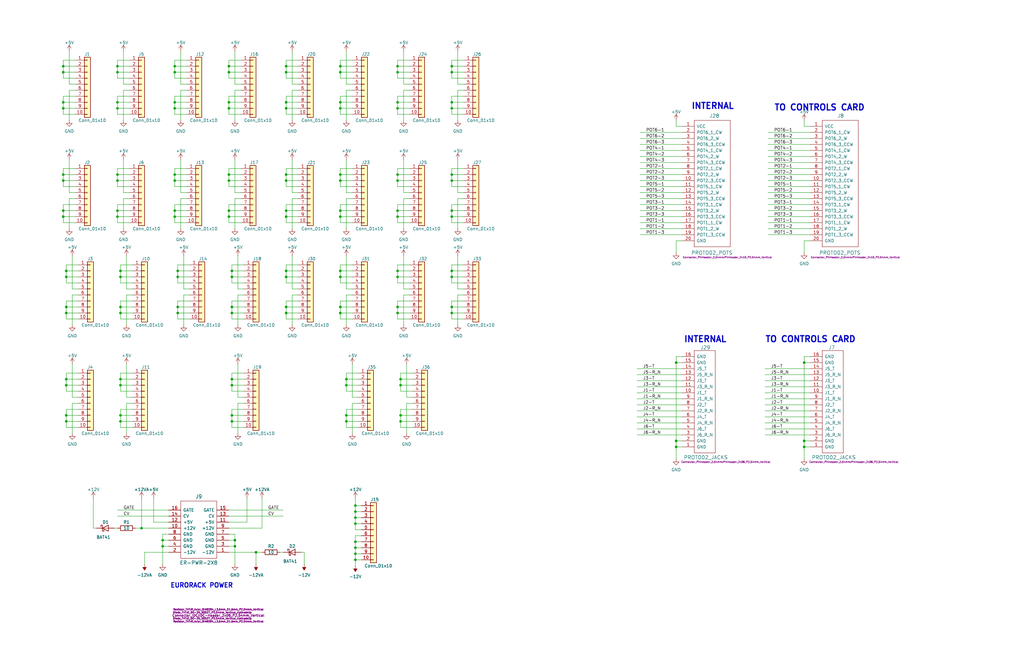
<source format=kicad_sch>
(kicad_sch (version 20211123) (generator eeschema)
  (paper "B")
  (title_block (title "6 POTS, 6 JACKS") (date "2022-10-28") (rev "1") (comment 1 "GENERIC EURORACK PANEL") (comment 2 "https://note.com/solder_state/n/nffc1a33053be"))
  (junction (at 26.67 30.48))
  (junction (at 97.79 114.3))
  (junction (at 149.86 213.36))
  (junction (at 120.65 45.72))
  (junction (at 49.53 30.48))
  (junction (at 143.51 91.44))
  (junction (at 73.66 91.44))
  (junction (at 73.66 73.66))
  (junction (at 73.66 43.18))
  (junction (at 190.5 129.54))
  (junction (at 120.65 88.9))
  (junction (at 143.51 76.2))
  (junction (at 120.65 116.84))
  (junction (at 96.52 76.2))
  (junction (at 26.67 27.94))
  (junction (at 49.53 91.44))
  (junction (at 167.64 73.66))
  (junction (at 339.09 153.035))
  (junction (at 190.5 88.9))
  (junction (at 50.8 160.02))
  (junction (at 27.94 114.3))
  (junction (at 96.52 73.66))
  (junction (at 339.09 186.055))
  (junction (at 27.94 175.26))
  (junction (at 167.64 30.48))
  (junction (at 168.91 160.02))
  (junction (at 59.69 222.885))
  (junction (at 96.52 27.94))
  (junction (at 120.65 30.48))
  (junction (at 120.65 129.54))
  (junction (at 149.86 233.68))
  (junction (at 190.5 116.84))
  (junction (at 168.91 175.26))
  (junction (at 190.5 91.44))
  (junction (at 96.52 30.48))
  (junction (at 168.91 177.8))
  (junction (at 149.86 228.6))
  (junction (at 149.86 231.14))
  (junction (at 168.91 162.56))
  (junction (at 285.115 188.595))
  (junction (at 26.67 73.66))
  (junction (at 49.53 43.18))
  (junction (at 146.05 162.56))
  (junction (at 96.52 45.72))
  (junction (at 285.115 153.035))
  (junction (at 120.65 114.3))
  (junction (at 27.94 129.54))
  (junction (at 50.8 162.56))
  (junction (at 120.65 27.94))
  (junction (at 74.93 129.54))
  (junction (at 167.64 88.9))
  (junction (at 97.79 132.08))
  (junction (at 50.8 116.84))
  (junction (at 26.67 91.44))
  (junction (at 143.51 43.18))
  (junction (at 99.06 230.505))
  (junction (at 143.51 73.66))
  (junction (at 190.5 30.48))
  (junction (at 96.52 43.18))
  (junction (at 190.5 76.2))
  (junction (at 120.65 43.18))
  (junction (at 73.66 88.9))
  (junction (at 146.05 175.26))
  (junction (at 73.66 45.72))
  (junction (at 26.67 45.72))
  (junction (at 27.94 116.84))
  (junction (at 49.53 73.66))
  (junction (at 50.8 114.3))
  (junction (at 146.05 177.8))
  (junction (at 68.58 230.505))
  (junction (at 74.93 132.08))
  (junction (at 96.52 91.44))
  (junction (at 120.65 73.66))
  (junction (at 68.58 227.965))
  (junction (at 146.05 160.02))
  (junction (at 50.8 177.8))
  (junction (at 50.8 175.26))
  (junction (at 50.8 129.54))
  (junction (at 167.64 114.3))
  (junction (at 97.79 116.84))
  (junction (at 73.66 27.94))
  (junction (at 167.64 132.08))
  (junction (at 143.51 45.72))
  (junction (at 339.09 188.595))
  (junction (at 74.93 116.84))
  (junction (at 26.67 43.18))
  (junction (at 143.51 30.48))
  (junction (at 143.51 27.94))
  (junction (at 167.64 116.84))
  (junction (at 49.53 76.2))
  (junction (at 143.51 88.9))
  (junction (at 73.66 30.48))
  (junction (at 26.67 76.2))
  (junction (at 167.64 43.18))
  (junction (at 143.51 116.84))
  (junction (at 285.115 186.055))
  (junction (at 99.06 227.965))
  (junction (at 149.86 218.44))
  (junction (at 50.8 132.08))
  (junction (at 97.79 177.8))
  (junction (at 190.5 73.66))
  (junction (at 97.79 162.56))
  (junction (at 27.94 132.08))
  (junction (at 167.64 129.54))
  (junction (at 49.53 27.94))
  (junction (at 74.93 114.3))
  (junction (at 49.53 45.72))
  (junction (at 97.79 175.26))
  (junction (at 27.94 177.8))
  (junction (at 143.51 129.54))
  (junction (at 97.79 129.54))
  (junction (at 97.79 160.02))
  (junction (at 27.94 162.56))
  (junction (at 73.66 76.2))
  (junction (at 49.53 88.9))
  (junction (at 190.5 27.94))
  (junction (at 190.5 132.08))
  (junction (at 120.65 91.44))
  (junction (at 143.51 114.3))
  (junction (at 167.64 91.44))
  (junction (at 27.94 160.02))
  (junction (at 167.64 27.94))
  (junction (at 143.51 132.08))
  (junction (at 190.5 45.72))
  (junction (at 149.86 215.9))
  (junction (at 96.52 88.9))
  (junction (at 167.64 76.2))
  (junction (at 107.95 233.045))
  (junction (at 26.67 88.9))
  (junction (at 120.65 76.2))
  (junction (at 167.64 45.72))
  (junction (at 149.86 220.98))
  (junction (at 120.65 132.08))
  (junction (at 190.5 43.18))
  (junction (at 149.86 236.22))
  (junction (at 190.5 114.3))
  (wire (pts (xy 54.61 93.98) (xy 49.53 93.98)))
  (wire (pts (xy 322.58 180.975) (xy 341.63 180.975)))
  (wire (pts (xy 323.85 76.2) (xy 341.63 76.2)))
  (wire (pts (xy 268.605 175.895) (xy 287.655 175.895)))
  (wire (pts (xy 120.65 129.54) (xy 120.65 132.08)))
  (wire (pts (xy 71.12 220.345) (xy 64.77 220.345)))
  (wire (pts (xy 33.02 167.64) (xy 30.48 167.64)))
  (wire (pts (xy 96.52 27.94) (xy 96.52 30.48)))
  (wire (pts (xy 322.58 168.275) (xy 341.63 168.275)))
  (wire (pts (xy 269.875 99.06) (xy 287.655 99.06)))
  (wire (pts (xy 96.52 76.2) (xy 96.52 78.74)))
  (wire (pts (xy 322.58 163.195) (xy 341.63 163.195)))
  (wire (pts (xy 49.53 45.72) (xy 54.61 45.72)))
  (wire (pts (xy 167.64 30.48) (xy 172.72 30.48)))
  (wire (pts (xy 96.52 73.66) (xy 96.52 76.2)))
  (wire (pts (xy 268.605 158.115) (xy 287.655 158.115)))
  (wire (pts (xy 167.64 30.48) (xy 167.64 33.02)))
  (wire (pts (xy 143.51 40.64) (xy 143.51 43.18)))
  (wire (pts (xy 101.6 86.36) (xy 96.52 86.36)))
  (wire (pts (xy 50.8 162.56) (xy 50.8 165.1)))
  (wire (pts (xy 143.51 91.44) (xy 148.59 91.44)))
  (wire (pts (xy 102.87 134.62) (xy 97.79 134.62)))
  (wire (pts (xy 54.61 27.94) (xy 49.53 27.94)))
  (wire (pts (xy 29.21 38.1) (xy 29.21 50.8)))
  (wire (pts (xy 50.8 162.56) (xy 55.88 162.56)))
  (wire (pts (xy 96.52 48.26) (xy 96.52 45.72)))
  (wire (pts (xy 143.51 76.2) (xy 143.51 78.74)))
  (wire (pts (xy 50.8 180.34) (xy 50.8 177.8)))
  (wire (pts (xy 190.5 76.2) (xy 195.58 76.2)))
  (wire (pts (xy 125.73 27.94) (xy 120.65 27.94)))
  (wire (pts (xy 148.59 86.36) (xy 143.51 86.36)))
  (wire (pts (xy 120.65 116.84) (xy 120.65 119.38)))
  (wire (pts (xy 195.58 124.46) (xy 193.04 124.46)))
  (wire (pts (xy 268.605 180.975) (xy 287.655 180.975)))
  (wire (pts (xy 172.72 71.12) (xy 167.64 71.12)))
  (wire (pts (xy 125.73 93.98) (xy 120.65 93.98)))
  (wire (pts (xy 190.5 129.54) (xy 195.58 129.54)))
  (wire (pts (xy 33.02 114.3) (xy 27.94 114.3)))
  (wire (pts (xy 100.33 124.46) (xy 100.33 137.16)))
  (wire (pts (xy 151.13 172.72) (xy 146.05 172.72)))
  (wire (pts (xy 287.655 53.34) (xy 285.115 53.34)))
  (wire (pts (xy 143.51 71.12) (xy 143.51 73.66)))
  (wire (pts (xy 97.79 162.56) (xy 97.79 165.1)))
  (wire (pts (xy 78.74 86.36) (xy 73.66 86.36)))
  (wire (pts (xy 49.53 217.805) (xy 71.12 217.805)))
  (wire (pts (xy 73.66 73.66) (xy 73.66 76.2)))
  (wire (pts (xy 190.5 45.72) (xy 195.58 45.72)))
  (wire (pts (xy 195.58 83.82) (xy 193.04 83.82)))
  (wire (pts (xy 190.5 129.54) (xy 190.5 132.08)))
  (wire (pts (xy 151.13 157.48) (xy 146.05 157.48)))
  (wire (pts (xy 97.79 116.84) (xy 102.87 116.84)))
  (wire (pts (xy 167.64 33.02) (xy 172.72 33.02)))
  (wire (pts (xy 97.79 132.08) (xy 102.87 132.08)))
  (wire (pts (xy 97.79 111.76) (xy 97.79 114.3)))
  (wire (pts (xy 52.07 38.1) (xy 52.07 50.8)))
  (wire (pts (xy 26.67 30.48) (xy 26.67 33.02)))
  (wire (pts (xy 110.49 210.185) (xy 110.49 222.885)))
  (wire (pts (xy 55.88 160.02) (xy 50.8 160.02)))
  (wire (pts (xy 33.02 160.02) (xy 27.94 160.02)))
  (wire (pts (xy 100.33 153.67) (xy 100.33 167.64)))
  (wire (pts (xy 168.91 162.56) (xy 173.99 162.56)))
  (wire (pts (xy 27.94 175.26) (xy 33.02 175.26)))
  (wire (pts (xy 26.67 78.74) (xy 31.75 78.74)))
  (wire (pts (xy 167.64 129.54) (xy 172.72 129.54)))
  (wire (pts (xy 27.94 134.62) (xy 27.94 132.08)))
  (wire (pts (xy 120.65 73.66) (xy 120.65 76.2)))
  (wire (pts (xy 96.52 227.965) (xy 99.06 227.965)))
  (wire (pts (xy 77.47 124.46) (xy 77.47 137.16)))
  (wire (pts (xy 27.94 157.48) (xy 27.94 160.02)))
  (wire (pts (xy 148.59 71.12) (xy 143.51 71.12)))
  (wire (pts (xy 54.61 38.1) (xy 52.07 38.1)))
  (wire (pts (xy 30.48 107.95) (xy 30.48 121.92)))
  (wire (pts (xy 190.5 73.66) (xy 190.5 76.2)))
  (wire (pts (xy 172.72 134.62) (xy 167.64 134.62)))
  (wire (pts (xy 146.05 67.31) (xy 146.05 81.28)))
  (wire (pts (xy 195.58 40.64) (xy 190.5 40.64)))
  (wire (pts (xy 120.65 27.94) (xy 120.65 30.48)))
  (wire (pts (xy 101.6 25.4) (xy 96.52 25.4)))
  (wire (pts (xy 146.05 160.02) (xy 146.05 162.56)))
  (wire (pts (xy 50.8 132.08) (xy 55.88 132.08)))
  (wire (pts (xy 143.51 134.62) (xy 143.51 132.08)))
  (wire (pts (xy 27.94 162.56) (xy 27.94 165.1)))
  (wire (pts (xy 80.01 111.76) (xy 74.93 111.76)))
  (wire (pts (xy 341.63 150.495) (xy 339.09 150.495)))
  (wire (pts (xy 167.64 71.12) (xy 167.64 73.66)))
  (wire (pts (xy 97.79 116.84) (xy 97.79 119.38)))
  (wire (pts (xy 172.72 38.1) (xy 170.18 38.1)))
  (wire (pts (xy 269.875 68.58) (xy 287.655 68.58)))
  (wire (pts (xy 190.5 78.74) (xy 195.58 78.74)))
  (wire (pts (xy 172.72 121.92) (xy 170.18 121.92)))
  (wire (pts (xy 27.94 132.08) (xy 33.02 132.08)))
  (wire (pts (xy 120.65 43.18) (xy 120.65 40.64)))
  (wire (pts (xy 143.51 111.76) (xy 143.51 114.3)))
  (wire (pts (xy 49.53 86.36) (xy 49.53 88.9)))
  (wire (pts (xy 143.51 45.72) (xy 143.51 48.26)))
  (wire (pts (xy 73.66 43.18) (xy 73.66 45.72)))
  (wire (pts (xy 190.5 30.48) (xy 190.5 33.02)))
  (wire (pts (xy 120.65 76.2) (xy 120.65 78.74)))
  (wire (pts (xy 96.52 43.18) (xy 96.52 40.64)))
  (wire (pts (xy 68.58 225.425) (xy 68.58 227.965)))
  (wire (pts (xy 170.18 67.31) (xy 170.18 81.28)))
  (wire (pts (xy 97.79 157.48) (xy 97.79 160.02)))
  (wire (pts (xy 26.67 93.98) (xy 26.67 91.44)))
  (wire (pts (xy 323.85 66.04) (xy 341.63 66.04)))
  (wire (pts (xy 50.8 175.26) (xy 55.88 175.26)))
  (wire (pts (xy 96.52 86.36) (xy 96.52 88.9)))
  (wire (pts (xy 102.87 170.18) (xy 100.33 170.18)))
  (wire (pts (xy 96.52 222.885) (xy 110.49 222.885)))
  (wire (pts (xy 287.655 150.495) (xy 285.115 150.495)))
  (wire (pts (xy 26.67 48.26) (xy 26.67 45.72)))
  (wire (pts (xy 54.61 81.28) (xy 52.07 81.28)))
  (wire (pts (xy 123.19 107.95) (xy 123.19 121.92)))
  (wire (pts (xy 27.94 160.02) (xy 27.94 162.56)))
  (wire (pts (xy 50.8 129.54) (xy 50.8 132.08)))
  (wire (pts (xy 146.05 165.1) (xy 151.13 165.1)))
  (wire (pts (xy 96.52 217.805) (xy 119.38 217.805)))
  (wire (pts (xy 27.94 172.72) (xy 27.94 175.26)))
  (wire (pts (xy 97.79 162.56) (xy 102.87 162.56)))
  (wire (pts (xy 71.12 233.045) (xy 60.96 233.045)))
  (wire (pts (xy 102.87 172.72) (xy 97.79 172.72)))
  (wire (pts (xy 39.37 210.185) (xy 39.37 222.885)))
  (wire (pts (xy 167.64 86.36) (xy 167.64 88.9)))
  (wire (pts (xy 50.8 119.38) (xy 55.88 119.38)))
  (wire (pts (xy 31.75 25.4) (xy 26.67 25.4)))
  (wire (pts (xy 168.91 180.34) (xy 168.91 177.8)))
  (wire (pts (xy 118.11 233.045) (xy 119.38 233.045)))
  (wire (pts (xy 73.66 86.36) (xy 73.66 88.9)))
  (wire (pts (xy 151.13 167.64) (xy 148.59 167.64)))
  (wire (pts (xy 268.605 183.515) (xy 287.655 183.515)))
  (wire (pts (xy 33.02 111.76) (xy 27.94 111.76)))
  (wire (pts (xy 55.88 134.62) (xy 50.8 134.62)))
  (wire (pts (xy 170.18 83.82) (xy 170.18 96.52)))
  (wire (pts (xy 120.65 91.44) (xy 125.73 91.44)))
  (wire (pts (xy 50.8 127) (xy 50.8 129.54)))
  (wire (pts (xy 120.65 30.48) (xy 120.65 33.02)))
  (wire (pts (xy 146.05 175.26) (xy 151.13 175.26)))
  (wire (pts (xy 152.4 226.06) (xy 149.86 226.06)))
  (wire (pts (xy 48.26 222.885) (xy 49.53 222.885)))
  (wire (pts (xy 73.66 30.48) (xy 78.74 30.48)))
  (wire (pts (xy 54.61 86.36) (xy 49.53 86.36)))
  (wire (pts (xy 59.69 222.885) (xy 71.12 222.885)))
  (wire (pts (xy 190.5 25.4) (xy 190.5 27.94)))
  (wire (pts (xy 74.93 129.54) (xy 80.01 129.54)))
  (wire (pts (xy 55.88 157.48) (xy 50.8 157.48)))
  (wire (pts (xy 339.09 186.055) (xy 341.63 186.055)))
  (wire (pts (xy 143.51 129.54) (xy 148.59 129.54)))
  (wire (pts (xy 120.65 78.74) (xy 125.73 78.74)))
  (wire (pts (xy 143.51 45.72) (xy 148.59 45.72)))
  (wire (pts (xy 172.72 48.26) (xy 167.64 48.26)))
  (wire (pts (xy 123.19 124.46) (xy 123.19 137.16)))
  (wire (pts (xy 101.6 73.66) (xy 96.52 73.66)))
  (wire (pts (xy 49.53 91.44) (xy 54.61 91.44)))
  (wire (pts (xy 322.58 183.515) (xy 341.63 183.515)))
  (wire (pts (xy 125.73 25.4) (xy 120.65 25.4)))
  (wire (pts (xy 120.65 88.9) (xy 125.73 88.9)))
  (wire (pts (xy 195.58 27.94) (xy 190.5 27.94)))
  (wire (pts (xy 102.87 160.02) (xy 97.79 160.02)))
  (wire (pts (xy 96.52 25.4) (xy 96.52 27.94)))
  (wire (pts (xy 26.67 33.02) (xy 31.75 33.02)))
  (wire (pts (xy 195.58 81.28) (xy 193.04 81.28)))
  (wire (pts (xy 125.73 48.26) (xy 120.65 48.26)))
  (wire (pts (xy 99.06 21.59) (xy 99.06 35.56)))
  (wire (pts (xy 74.93 127) (xy 74.93 129.54)))
  (wire (pts (xy 55.88 111.76) (xy 50.8 111.76)))
  (wire (pts (xy 148.59 83.82) (xy 146.05 83.82)))
  (wire (pts (xy 107.95 233.045) (xy 110.49 233.045)))
  (wire (pts (xy 68.58 230.505) (xy 68.58 238.125)))
  (wire (pts (xy 73.66 30.48) (xy 73.66 33.02)))
  (wire (pts (xy 102.87 111.76) (xy 97.79 111.76)))
  (wire (pts (xy 148.59 38.1) (xy 146.05 38.1)))
  (wire (pts (xy 31.75 73.66) (xy 26.67 73.66)))
  (wire (pts (xy 285.115 188.595) (xy 287.655 188.595)))
  (wire (pts (xy 30.48 170.18) (xy 30.48 182.88)))
  (wire (pts (xy 193.04 38.1) (xy 193.04 50.8)))
  (wire (pts (xy 149.86 213.36) (xy 149.86 215.9)))
  (wire (pts (xy 167.64 43.18) (xy 167.64 40.64)))
  (wire (pts (xy 123.19 67.31) (xy 123.19 81.28)))
  (wire (pts (xy 96.52 88.9) (xy 101.6 88.9)))
  (wire (pts (xy 53.34 107.95) (xy 53.34 121.92)))
  (wire (pts (xy 148.59 121.92) (xy 146.05 121.92)))
  (wire (pts (xy 149.86 236.22) (xy 149.86 233.68)))
  (wire (pts (xy 50.8 116.84) (xy 55.88 116.84)))
  (wire (pts (xy 101.6 40.64) (xy 96.52 40.64)))
  (wire (pts (xy 285.115 150.495) (xy 285.115 153.035)))
  (wire (pts (xy 120.65 43.18) (xy 125.73 43.18)))
  (wire (pts (xy 101.6 81.28) (xy 99.06 81.28)))
  (wire (pts (xy 101.6 93.98) (xy 96.52 93.98)))
  (wire (pts (xy 268.605 155.575) (xy 287.655 155.575)))
  (wire (pts (xy 33.02 172.72) (xy 27.94 172.72)))
  (wire (pts (xy 190.5 134.62) (xy 190.5 132.08)))
  (wire (pts (xy 102.87 157.48) (xy 97.79 157.48)))
  (wire (pts (xy 26.67 73.66) (xy 26.67 76.2)))
  (wire (pts (xy 120.65 48.26) (xy 120.65 45.72)))
  (wire (pts (xy 322.58 155.575) (xy 341.63 155.575)))
  (wire (pts (xy 171.45 153.67) (xy 171.45 167.64)))
  (wire (pts (xy 31.75 27.94) (xy 26.67 27.94)))
  (wire (pts (xy 322.58 160.655) (xy 341.63 160.655)))
  (wire (pts (xy 269.875 83.82) (xy 287.655 83.82)))
  (wire (pts (xy 323.85 63.5) (xy 341.63 63.5)))
  (wire (pts (xy 143.51 43.18) (xy 148.59 43.18)))
  (wire (pts (xy 148.59 134.62) (xy 143.51 134.62)))
  (wire (pts (xy 123.19 38.1) (xy 123.19 50.8)))
  (wire (pts (xy 101.6 38.1) (xy 99.06 38.1)))
  (wire (pts (xy 125.73 114.3) (xy 120.65 114.3)))
  (wire (pts (xy 323.85 91.44) (xy 341.63 91.44)))
  (wire (pts (xy 149.86 231.14) (xy 152.4 231.14)))
  (wire (pts (xy 125.73 124.46) (xy 123.19 124.46)))
  (wire (pts (xy 76.2 83.82) (xy 76.2 96.52)))
  (wire (pts (xy 27.94 177.8) (xy 33.02 177.8)))
  (wire (pts (xy 26.67 71.12) (xy 26.67 73.66)))
  (wire (pts (xy 101.6 48.26) (xy 96.52 48.26)))
  (wire (pts (xy 143.51 76.2) (xy 148.59 76.2)))
  (wire (pts (xy 99.06 38.1) (xy 99.06 50.8)))
  (wire (pts (xy 149.86 228.6) (xy 149.86 231.14)))
  (wire (pts (xy 190.5 48.26) (xy 190.5 45.72)))
  (wire (pts (xy 190.5 76.2) (xy 190.5 78.74)))
  (wire (pts (xy 50.8 116.84) (xy 50.8 119.38)))
  (wire (pts (xy 167.64 27.94) (xy 167.64 30.48)))
  (wire (pts (xy 125.73 83.82) (xy 123.19 83.82)))
  (wire (pts (xy 26.67 91.44) (xy 31.75 91.44)))
  (wire (pts (xy 78.74 48.26) (xy 73.66 48.26)))
  (wire (pts (xy 167.64 114.3) (xy 167.64 116.84)))
  (wire (pts (xy 78.74 25.4) (xy 73.66 25.4)))
  (wire (pts (xy 152.4 228.6) (xy 149.86 228.6)))
  (wire (pts (xy 268.605 168.275) (xy 287.655 168.275)))
  (wire (pts (xy 339.09 188.595) (xy 341.63 188.595)))
  (wire (pts (xy 167.64 116.84) (xy 172.72 116.84)))
  (wire (pts (xy 26.67 45.72) (xy 31.75 45.72)))
  (wire (pts (xy 128.27 233.045) (xy 128.27 238.125)))
  (wire (pts (xy 31.75 81.28) (xy 29.21 81.28)))
  (wire (pts (xy 149.86 220.98) (xy 152.4 220.98)))
  (wire (pts (xy 96.52 91.44) (xy 101.6 91.44)))
  (wire (pts (xy 190.5 30.48) (xy 195.58 30.48)))
  (wire (pts (xy 96.52 30.48) (xy 96.52 33.02)))
  (wire (pts (xy 60.96 233.045) (xy 60.96 238.125)))
  (wire (pts (xy 33.02 121.92) (xy 30.48 121.92)))
  (wire (pts (xy 143.51 33.02) (xy 148.59 33.02)))
  (wire (pts (xy 152.4 213.36) (xy 149.86 213.36)))
  (wire (pts (xy 27.94 180.34) (xy 27.94 177.8)))
  (wire (pts (xy 31.75 40.64) (xy 26.67 40.64)))
  (wire (pts (xy 193.04 124.46) (xy 193.04 137.16)))
  (wire (pts (xy 54.61 71.12) (xy 49.53 71.12)))
  (wire (pts (xy 151.13 170.18) (xy 148.59 170.18)))
  (wire (pts (xy 50.8 114.3) (xy 50.8 116.84)))
  (wire (pts (xy 323.85 73.66) (xy 341.63 73.66)))
  (wire (pts (xy 50.8 177.8) (xy 55.88 177.8)))
  (wire (pts (xy 26.67 43.18) (xy 31.75 43.18)))
  (wire (pts (xy 195.58 48.26) (xy 190.5 48.26)))
  (wire (pts (xy 339.09 153.035) (xy 339.09 186.055)))
  (wire (pts (xy 125.73 121.92) (xy 123.19 121.92)))
  (wire (pts (xy 33.02 157.48) (xy 27.94 157.48)))
  (wire (pts (xy 74.93 129.54) (xy 74.93 132.08)))
  (wire (pts (xy 97.79 172.72) (xy 97.79 175.26)))
  (wire (pts (xy 50.8 175.26) (xy 50.8 177.8)))
  (wire (pts (xy 27.94 116.84) (xy 27.94 119.38)))
  (wire (pts (xy 339.09 150.495) (xy 339.09 153.035)))
  (wire (pts (xy 78.74 38.1) (xy 76.2 38.1)))
  (wire (pts (xy 31.75 86.36) (xy 26.67 86.36)))
  (wire (pts (xy 78.74 40.64) (xy 73.66 40.64)))
  (wire (pts (xy 195.58 25.4) (xy 190.5 25.4)))
  (wire (pts (xy 76.2 21.59) (xy 76.2 35.56)))
  (wire (pts (xy 148.59 25.4) (xy 143.51 25.4)))
  (wire (pts (xy 100.33 107.95) (xy 100.33 121.92)))
  (wire (pts (xy 33.02 134.62) (xy 27.94 134.62)))
  (wire (pts (xy 49.53 88.9) (xy 54.61 88.9)))
  (wire (pts (xy 80.01 127) (xy 74.93 127)))
  (wire (pts (xy 49.53 43.18) (xy 54.61 43.18)))
  (wire (pts (xy 49.53 27.94) (xy 49.53 25.4)))
  (wire (pts (xy 120.65 71.12) (xy 120.65 73.66)))
  (wire (pts (xy 195.58 121.92) (xy 193.04 121.92)))
  (wire (pts (xy 120.65 129.54) (xy 125.73 129.54)))
  (wire (pts (xy 172.72 73.66) (xy 167.64 73.66)))
  (wire (pts (xy 78.74 27.94) (xy 73.66 27.94)))
  (wire (pts (xy 269.875 93.98) (xy 287.655 93.98)))
  (wire (pts (xy 146.05 124.46) (xy 146.05 137.16)))
  (wire (pts (xy 80.01 124.46) (xy 77.47 124.46)))
  (wire (pts (xy 54.61 40.64) (xy 49.53 40.64)))
  (wire (pts (xy 323.85 83.82) (xy 341.63 83.82)))
  (wire (pts (xy 27.94 165.1) (xy 33.02 165.1)))
  (wire (pts (xy 193.04 21.59) (xy 193.04 35.56)))
  (wire (pts (xy 167.64 25.4) (xy 167.64 27.94)))
  (wire (pts (xy 120.65 93.98) (xy 120.65 91.44)))
  (wire (pts (xy 269.875 86.36) (xy 287.655 86.36)))
  (wire (pts (xy 173.99 157.48) (xy 168.91 157.48)))
  (wire (pts (xy 125.73 40.64) (xy 120.65 40.64)))
  (wire (pts (xy 143.51 43.18) (xy 143.51 45.72)))
  (wire (pts (xy 172.72 124.46) (xy 170.18 124.46)))
  (wire (pts (xy 55.88 170.18) (xy 53.34 170.18)))
  (wire (pts (xy 190.5 40.64) (xy 190.5 43.18)))
  (wire (pts (xy 125.73 73.66) (xy 120.65 73.66)))
  (wire (pts (xy 269.875 91.44) (xy 287.655 91.44)))
  (wire (pts (xy 33.02 180.34) (xy 27.94 180.34)))
  (wire (pts (xy 268.605 178.435) (xy 287.655 178.435)))
  (wire (pts (xy 148.59 170.18) (xy 148.59 182.88)))
  (wire (pts (xy 100.33 170.18) (xy 100.33 182.88)))
  (wire (pts (xy 27.94 162.56) (xy 33.02 162.56)))
  (wire (pts (xy 120.65 114.3) (xy 120.65 116.84)))
  (wire (pts (xy 102.87 127) (xy 97.79 127)))
  (wire (pts (xy 195.58 111.76) (xy 190.5 111.76)))
  (wire (pts (xy 123.19 83.82) (xy 123.19 96.52)))
  (wire (pts (xy 50.8 129.54) (xy 55.88 129.54)))
  (wire (pts (xy 149.86 220.98) (xy 149.86 223.52)))
  (wire (pts (xy 73.66 71.12) (xy 73.66 73.66)))
  (wire (pts (xy 26.67 25.4) (xy 26.67 27.94)))
  (wire (pts (xy 49.53 30.48) (xy 49.53 33.02)))
  (wire (pts (xy 74.93 114.3) (xy 74.93 116.84)))
  (wire (pts (xy 143.51 116.84) (xy 148.59 116.84)))
  (wire (pts (xy 167.64 132.08) (xy 172.72 132.08)))
  (wire (pts (xy 125.73 111.76) (xy 120.65 111.76)))
  (wire (pts (xy 26.67 86.36) (xy 26.67 88.9)))
  (wire (pts (xy 323.85 68.58) (xy 341.63 68.58)))
  (wire (pts (xy 143.51 73.66) (xy 143.51 76.2)))
  (wire (pts (xy 97.79 177.8) (xy 102.87 177.8)))
  (wire (pts (xy 339.09 188.595) (xy 339.09 193.675)))
  (wire (pts (xy 27.94 127) (xy 27.94 129.54)))
  (wire (pts (xy 269.875 55.88) (xy 287.655 55.88)))
  (wire (pts (xy 73.66 76.2) (xy 78.74 76.2)))
  (wire (pts (xy 148.59 111.76) (xy 143.51 111.76)))
  (wire (pts (xy 73.66 93.98) (xy 73.66 91.44)))
  (wire (pts (xy 269.875 71.12) (xy 287.655 71.12)))
  (wire (pts (xy 74.93 111.76) (xy 74.93 114.3)))
  (wire (pts (xy 146.05 162.56) (xy 151.13 162.56)))
  (wire (pts (xy 148.59 114.3) (xy 143.51 114.3)))
  (wire (pts (xy 96.52 71.12) (xy 96.52 73.66)))
  (wire (pts (xy 68.58 230.505) (xy 71.12 230.505)))
  (wire (pts (xy 120.65 25.4) (xy 120.65 27.94)))
  (wire (pts (xy 168.91 177.8) (xy 173.99 177.8)))
  (wire (pts (xy 78.74 93.98) (xy 73.66 93.98)))
  (wire (pts (xy 167.64 119.38) (xy 172.72 119.38)))
  (wire (pts (xy 190.5 114.3) (xy 190.5 116.84)))
  (wire (pts (xy 269.875 96.52) (xy 287.655 96.52)))
  (wire (pts (xy 49.53 43.18) (xy 49.53 45.72)))
  (wire (pts (xy 151.13 160.02) (xy 146.05 160.02)))
  (wire (pts (xy 339.09 186.055) (xy 339.09 188.595)))
  (wire (pts (xy 149.86 231.14) (xy 149.86 233.68)))
  (wire (pts (xy 77.47 107.95) (xy 77.47 121.92)))
  (wire (pts (xy 27.94 129.54) (xy 33.02 129.54)))
  (wire (pts (xy 148.59 127) (xy 143.51 127)))
  (wire (pts (xy 120.65 116.84) (xy 125.73 116.84)))
  (wire (pts (xy 30.48 124.46) (xy 30.48 137.16)))
  (wire (pts (xy 107.95 233.045) (xy 107.95 238.125)))
  (wire (pts (xy 97.79 160.02) (xy 97.79 162.56)))
  (wire (pts (xy 268.605 173.355) (xy 287.655 173.355)))
  (wire (pts (xy 96.52 225.425) (xy 99.06 225.425)))
  (wire (pts (xy 78.74 35.56) (xy 76.2 35.56)))
  (wire (pts (xy 50.8 165.1) (xy 55.88 165.1)))
  (wire (pts (xy 104.14 210.185) (xy 104.14 220.345)))
  (wire (pts (xy 143.51 30.48) (xy 143.51 33.02)))
  (wire (pts (xy 29.21 67.31) (xy 29.21 81.28)))
  (wire (pts (xy 323.85 81.28) (xy 341.63 81.28)))
  (wire (pts (xy 26.67 40.64) (xy 26.67 43.18)))
  (wire (pts (xy 73.66 48.26) (xy 73.66 45.72)))
  (wire (pts (xy 148.59 93.98) (xy 143.51 93.98)))
  (wire (pts (xy 190.5 116.84) (xy 195.58 116.84)))
  (wire (pts (xy 195.58 93.98) (xy 190.5 93.98)))
  (wire (pts (xy 74.93 116.84) (xy 80.01 116.84)))
  (wire (pts (xy 74.93 134.62) (xy 74.93 132.08)))
  (wire (pts (xy 190.5 33.02) (xy 195.58 33.02)))
  (wire (pts (xy 143.51 114.3) (xy 143.51 116.84)))
  (wire (pts (xy 96.52 45.72) (xy 101.6 45.72)))
  (wire (pts (xy 149.86 218.44) (xy 149.86 220.98)))
  (wire (pts (xy 148.59 35.56) (xy 146.05 35.56)))
  (wire (pts (xy 80.01 121.92) (xy 77.47 121.92)))
  (wire (pts (xy 195.58 86.36) (xy 190.5 86.36)))
  (wire (pts (xy 146.05 157.48) (xy 146.05 160.02)))
  (wire (pts (xy 33.02 127) (xy 27.94 127)))
  (wire (pts (xy 80.01 114.3) (xy 74.93 114.3)))
  (wire (pts (xy 50.8 157.48) (xy 50.8 160.02)))
  (wire (pts (xy 172.72 93.98) (xy 167.64 93.98)))
  (wire (pts (xy 96.52 30.48) (xy 101.6 30.48)))
  (wire (pts (xy 152.4 236.22) (xy 149.86 236.22)))
  (wire (pts (xy 323.85 93.98) (xy 341.63 93.98)))
  (wire (pts (xy 26.67 43.18) (xy 26.67 45.72)))
  (wire (pts (xy 55.88 167.64) (xy 53.34 167.64)))
  (wire (pts (xy 120.65 33.02) (xy 125.73 33.02)))
  (wire (pts (xy 269.875 78.74) (xy 287.655 78.74)))
  (wire (pts (xy 74.93 116.84) (xy 74.93 119.38)))
  (wire (pts (xy 78.74 83.82) (xy 76.2 83.82)))
  (wire (pts (xy 49.53 71.12) (xy 49.53 73.66)))
  (wire (pts (xy 172.72 86.36) (xy 167.64 86.36)))
  (wire (pts (xy 29.21 83.82) (xy 29.21 96.52)))
  (wire (pts (xy 190.5 43.18) (xy 190.5 45.72)))
  (wire (pts (xy 195.58 134.62) (xy 190.5 134.62)))
  (wire (pts (xy 68.58 227.965) (xy 71.12 227.965)))
  (wire (pts (xy 102.87 180.34) (xy 97.79 180.34)))
  (wire (pts (xy 127 233.045) (xy 128.27 233.045)))
  (wire (pts (xy 190.5 132.08) (xy 195.58 132.08)))
  (wire (pts (xy 101.6 27.94) (xy 96.52 27.94)))
  (wire (pts (xy 195.58 71.12) (xy 190.5 71.12)))
  (wire (pts (xy 143.51 132.08) (xy 148.59 132.08)))
  (wire (pts (xy 322.58 173.355) (xy 341.63 173.355)))
  (wire (pts (xy 31.75 93.98) (xy 26.67 93.98)))
  (wire (pts (xy 269.875 76.2) (xy 287.655 76.2)))
  (wire (pts (xy 146.05 180.34) (xy 146.05 177.8)))
  (wire (pts (xy 27.94 111.76) (xy 27.94 114.3)))
  (wire (pts (xy 96.52 233.045) (xy 107.95 233.045)))
  (wire (pts (xy 80.01 134.62) (xy 74.93 134.62)))
  (wire (pts (xy 339.09 101.6) (xy 339.09 106.68)))
  (wire (pts (xy 53.34 170.18) (xy 53.34 182.88)))
  (wire (pts (xy 167.64 91.44) (xy 172.72 91.44)))
  (wire (pts (xy 73.66 78.74) (xy 78.74 78.74)))
  (wire (pts (xy 143.51 116.84) (xy 143.51 119.38)))
  (wire (pts (xy 269.875 60.96) (xy 287.655 60.96)))
  (wire (pts (xy 97.79 180.34) (xy 97.79 177.8)))
  (wire (pts (xy 285.115 186.055) (xy 285.115 188.595)))
  (wire (pts (xy 268.605 170.815) (xy 287.655 170.815)))
  (wire (pts (xy 26.67 88.9) (xy 26.67 91.44)))
  (wire (pts (xy 96.52 215.265) (xy 119.38 215.265)))
  (wire (pts (xy 323.85 55.88) (xy 341.63 55.88)))
  (wire (pts (xy 168.91 162.56) (xy 168.91 165.1)))
  (wire (pts (xy 120.65 30.48) (xy 125.73 30.48)))
  (wire (pts (xy 322.58 175.895) (xy 341.63 175.895)))
  (wire (pts (xy 143.51 127) (xy 143.51 129.54)))
  (wire (pts (xy 285.115 186.055) (xy 287.655 186.055)))
  (wire (pts (xy 323.85 78.74) (xy 341.63 78.74)))
  (wire (pts (xy 33.02 124.46) (xy 30.48 124.46)))
  (wire (pts (xy 190.5 88.9) (xy 190.5 91.44)))
  (wire (pts (xy 190.5 86.36) (xy 190.5 88.9)))
  (wire (pts (xy 27.94 129.54) (xy 27.94 132.08)))
  (wire (pts (xy 76.2 38.1) (xy 76.2 50.8)))
  (wire (pts (xy 168.91 160.02) (xy 168.91 162.56)))
  (wire (pts (xy 49.53 30.48) (xy 54.61 30.48)))
  (wire (pts (xy 49.53 48.26) (xy 54.61 48.26)))
  (wire (pts (xy 49.53 76.2) (xy 54.61 76.2)))
  (wire (pts (xy 146.05 21.59) (xy 146.05 35.56)))
  (wire (pts (xy 54.61 83.82) (xy 52.07 83.82)))
  (wire (pts (xy 50.8 111.76) (xy 50.8 114.3)))
  (wire (pts (xy 167.64 76.2) (xy 172.72 76.2)))
  (wire (pts (xy 73.66 27.94) (xy 73.66 30.48)))
  (wire (pts (xy 322.58 178.435) (xy 341.63 178.435)))
  (wire (pts (xy 172.72 25.4) (xy 167.64 25.4)))
  (wire (pts (xy 269.875 58.42) (xy 287.655 58.42)))
  (wire (pts (xy 96.52 43.18) (xy 101.6 43.18)))
  (wire (pts (xy 78.74 71.12) (xy 73.66 71.12)))
  (wire (pts (xy 50.8 172.72) (xy 50.8 175.26)))
  (wire (pts (xy 96.52 93.98) (xy 96.52 91.44)))
  (wire (pts (xy 143.51 88.9) (xy 148.59 88.9)))
  (wire (pts (xy 97.79 175.26) (xy 102.87 175.26)))
  (wire (pts (xy 27.94 114.3) (xy 27.94 116.84)))
  (wire (pts (xy 190.5 88.9) (xy 195.58 88.9)))
  (wire (pts (xy 31.75 83.82) (xy 29.21 83.82)))
  (wire (pts (xy 120.65 45.72) (xy 120.65 43.18)))
  (wire (pts (xy 55.88 180.34) (xy 50.8 180.34)))
  (wire (pts (xy 152.4 223.52) (xy 149.86 223.52)))
  (wire (pts (xy 102.87 121.92) (xy 100.33 121.92)))
  (wire (pts (xy 190.5 91.44) (xy 195.58 91.44)))
  (wire (pts (xy 30.48 153.67) (xy 30.48 167.64)))
  (wire (pts (xy 49.53 76.2) (xy 49.53 78.74)))
  (wire (pts (xy 322.58 165.735) (xy 341.63 165.735)))
  (wire (pts (xy 168.91 172.72) (xy 168.91 175.26)))
  (wire (pts (xy 268.605 160.655) (xy 287.655 160.655)))
  (wire (pts (xy 49.53 215.265) (xy 71.12 215.265)))
  (wire (pts (xy 99.06 230.505) (xy 99.06 238.125)))
  (wire (pts (xy 193.04 107.95) (xy 193.04 121.92)))
  (wire (pts (xy 55.88 114.3) (xy 50.8 114.3)))
  (wire (pts (xy 190.5 127) (xy 190.5 129.54)))
  (wire (pts (xy 268.605 163.195) (xy 287.655 163.195)))
  (wire (pts (xy 99.06 83.82) (xy 99.06 96.52)))
  (wire (pts (xy 173.99 180.34) (xy 168.91 180.34)))
  (wire (pts (xy 167.64 45.72) (xy 172.72 45.72)))
  (wire (pts (xy 27.94 175.26) (xy 27.94 177.8)))
  (wire (pts (xy 285.115 50.8) (xy 285.115 53.34)))
  (wire (pts (xy 167.64 111.76) (xy 167.64 114.3)))
  (wire (pts (xy 149.86 218.44) (xy 152.4 218.44)))
  (wire (pts (xy 99.06 225.425) (xy 99.06 227.965)))
  (wire (pts (xy 323.85 96.52) (xy 341.63 96.52)))
  (wire (pts (xy 49.53 40.64) (xy 49.53 43.18)))
  (wire (pts (xy 57.15 222.885) (xy 59.69 222.885)))
  (wire (pts (xy 27.94 116.84) (xy 33.02 116.84)))
  (wire (pts (xy 193.04 67.31) (xy 193.04 81.28)))
  (wire (pts (xy 120.65 111.76) (xy 120.65 114.3)))
  (wire (pts (xy 323.85 58.42) (xy 341.63 58.42)))
  (wire (pts (xy 171.45 170.18) (xy 171.45 182.88)))
  (wire (pts (xy 148.59 81.28) (xy 146.05 81.28)))
  (wire (pts (xy 125.73 38.1) (xy 123.19 38.1)))
  (wire (pts (xy 285.115 101.6) (xy 287.655 101.6)))
  (wire (pts (xy 190.5 111.76) (xy 190.5 114.3)))
  (wire (pts (xy 168.91 157.48) (xy 168.91 160.02)))
  (wire (pts (xy 323.85 99.06) (xy 341.63 99.06)))
  (wire (pts (xy 97.79 129.54) (xy 102.87 129.54)))
  (wire (pts (xy 149.86 215.9) (xy 149.86 218.44)))
  (wire (pts (xy 29.21 21.59) (xy 29.21 35.56)))
  (wire (pts (xy 195.58 114.3) (xy 190.5 114.3)))
  (wire (pts (xy 73.66 33.02) (xy 78.74 33.02)))
  (wire (pts (xy 190.5 71.12) (xy 190.5 73.66)))
  (wire (pts (xy 64.77 220.345) (xy 64.77 210.185)))
  (wire (pts (xy 148.59 153.67) (xy 148.59 167.64)))
  (wire (pts (xy 96.52 88.9) (xy 96.52 91.44)))
  (wire (pts (xy 269.875 81.28) (xy 287.655 81.28)))
  (wire (pts (xy 74.93 132.08) (xy 80.01 132.08)))
  (wire (pts (xy 323.85 71.12) (xy 341.63 71.12)))
  (wire (pts (xy 101.6 83.82) (xy 99.06 83.82)))
  (wire (pts (xy 190.5 93.98) (xy 190.5 91.44)))
  (wire (pts (xy 120.65 127) (xy 120.65 129.54)))
  (wire (pts (xy 49.53 93.98) (xy 49.53 91.44)))
  (wire (pts (xy 167.64 76.2) (xy 167.64 78.74)))
  (wire (pts (xy 167.64 88.9) (xy 172.72 88.9)))
  (wire (pts (xy 146.05 172.72) (xy 146.05 175.26)))
  (wire (pts (xy 101.6 35.56) (xy 99.06 35.56)))
  (wire (pts (xy 26.67 76.2) (xy 26.67 78.74)))
  (wire (pts (xy 97.79 165.1) (xy 102.87 165.1)))
  (wire (pts (xy 148.59 73.66) (xy 143.51 73.66)))
  (wire (pts (xy 341.63 53.34) (xy 339.09 53.34)))
  (wire (pts (xy 172.72 81.28) (xy 170.18 81.28)))
  (wire (pts (xy 96.52 45.72) (xy 96.52 43.18)))
  (wire (pts (xy 151.13 180.34) (xy 146.05 180.34)))
  (wire (pts (xy 52.07 67.31) (xy 52.07 81.28)))
  (wire (pts (xy 125.73 35.56) (xy 123.19 35.56)))
  (wire (pts (xy 167.64 93.98) (xy 167.64 91.44)))
  (wire (pts (xy 96.52 76.2) (xy 101.6 76.2)))
  (wire (pts (xy 96.52 33.02) (xy 101.6 33.02)))
  (wire (pts (xy 170.18 38.1) (xy 170.18 50.8)))
  (wire (pts (xy 50.8 160.02) (xy 50.8 162.56)))
  (wire (pts (xy 49.53 27.94) (xy 49.53 30.48)))
  (wire (pts (xy 167.64 73.66) (xy 167.64 76.2)))
  (wire (pts (xy 143.51 30.48) (xy 148.59 30.48)))
  (wire (pts (xy 172.72 40.64) (xy 167.64 40.64)))
  (wire (pts (xy 146.05 162.56) (xy 146.05 165.1)))
  (wire (pts (xy 285.115 153.035) (xy 285.115 186.055)))
  (wire (pts (xy 125.73 134.62) (xy 120.65 134.62)))
  (wire (pts (xy 195.58 73.66) (xy 190.5 73.66)))
  (wire (pts (xy 173.99 172.72) (xy 168.91 172.72)))
  (wire (pts (xy 99.06 67.31) (xy 99.06 81.28)))
  (wire (pts (xy 27.94 119.38) (xy 33.02 119.38)))
  (wire (pts (xy 269.875 63.5) (xy 287.655 63.5)))
  (wire (pts (xy 149.86 226.06) (xy 149.86 228.6)))
  (wire (pts (xy 50.8 134.62) (xy 50.8 132.08)))
  (wire (pts (xy 148.59 48.26) (xy 143.51 48.26)))
  (wire (pts (xy 167.64 129.54) (xy 167.64 132.08)))
  (wire (pts (xy 167.64 43.18) (xy 172.72 43.18)))
  (wire (pts (xy 146.05 38.1) (xy 146.05 50.8)))
  (wire (pts (xy 59.69 210.185) (xy 59.69 222.885)))
  (wire (pts (xy 73.66 45.72) (xy 78.74 45.72)))
  (wire (pts (xy 143.51 25.4) (xy 143.51 27.94)))
  (wire (pts (xy 52.07 83.82) (xy 52.07 96.52)))
  (wire (pts (xy 68.58 227.965) (xy 68.58 230.505)))
  (wire (pts (xy 97.79 175.26) (xy 97.79 177.8)))
  (wire (pts (xy 193.04 83.82) (xy 193.04 96.52)))
  (wire (pts (xy 125.73 127) (xy 120.65 127)))
  (wire (pts (xy 269.875 66.04) (xy 287.655 66.04)))
  (wire (pts (xy 170.18 21.59) (xy 170.18 35.56)))
  (wire (pts (xy 97.79 134.62) (xy 97.79 132.08)))
  (wire (pts (xy 148.59 40.64) (xy 143.51 40.64)))
  (wire (pts (xy 323.85 60.96) (xy 341.63 60.96)))
  (wire (pts (xy 172.72 111.76) (xy 167.64 111.76)))
  (wire (pts (xy 173.99 160.02) (xy 168.91 160.02)))
  (wire (pts (xy 96.52 230.505) (xy 99.06 230.505)))
  (wire (pts (xy 78.74 73.66) (xy 73.66 73.66)))
  (wire (pts (xy 339.09 50.8) (xy 339.09 53.34)))
  (wire (pts (xy 323.85 88.9) (xy 341.63 88.9)))
  (wire (pts (xy 55.88 124.46) (xy 53.34 124.46)))
  (wire (pts (xy 97.79 119.38) (xy 102.87 119.38)))
  (wire (pts (xy 53.34 124.46) (xy 53.34 137.16)))
  (wire (pts (xy 120.65 86.36) (xy 120.65 88.9)))
  (wire (pts (xy 49.53 25.4) (xy 54.61 25.4)))
  (wire (pts (xy 149.86 210.185) (xy 149.86 213.36)))
  (wire (pts (xy 97.79 114.3) (xy 97.79 116.84)))
  (wire (pts (xy 73.66 40.64) (xy 73.66 43.18)))
  (wire (pts (xy 120.65 119.38) (xy 125.73 119.38)))
  (wire (pts (xy 123.19 21.59) (xy 123.19 35.56)))
  (wire (pts (xy 26.67 76.2) (xy 31.75 76.2)))
  (wire (pts (xy 167.64 45.72) (xy 167.64 43.18)))
  (wire (pts (xy 269.875 73.66) (xy 287.655 73.66)))
  (wire (pts (xy 168.91 175.26) (xy 168.91 177.8)))
  (wire (pts (xy 285.115 153.035) (xy 287.655 153.035)))
  (wire (pts (xy 170.18 124.46) (xy 170.18 137.16)))
  (wire (pts (xy 339.09 101.6) (xy 341.63 101.6)))
  (wire (pts (xy 53.34 153.67) (xy 53.34 167.64)))
  (wire (pts (xy 190.5 119.38) (xy 195.58 119.38)))
  (wire (pts (xy 102.87 114.3) (xy 97.79 114.3)))
  (wire (pts (xy 190.5 116.84) (xy 190.5 119.38)))
  (wire (pts (xy 190.5 43.18) (xy 195.58 43.18)))
  (wire (pts (xy 120.65 76.2) (xy 125.73 76.2)))
  (wire (pts (xy 167.64 88.9) (xy 167.64 91.44)))
  (wire (pts (xy 339.09 153.035) (xy 341.63 153.035)))
  (wire (pts (xy 74.93 119.38) (xy 80.01 119.38)))
  (wire (pts (xy 172.72 114.3) (xy 167.64 114.3)))
  (wire (pts (xy 31.75 48.26) (xy 26.67 48.26)))
  (wire (pts (xy 172.72 127) (xy 167.64 127)))
  (wire (pts (xy 152.4 215.9) (xy 149.86 215.9)))
  (wire (pts (xy 125.73 86.36) (xy 120.65 86.36)))
  (wire (pts (xy 39.37 222.885) (xy 40.64 222.885)))
  (wire (pts (xy 96.52 78.74) (xy 101.6 78.74)))
  (wire (pts (xy 168.91 165.1) (xy 173.99 165.1)))
  (wire (pts (xy 172.72 27.94) (xy 167.64 27.94)))
  (wire (pts (xy 322.58 170.815) (xy 341.63 170.815)))
  (wire (pts (xy 55.88 172.72) (xy 50.8 172.72)))
  (wire (pts (xy 285.115 101.6) (xy 285.115 106.68)))
  (wire (pts (xy 148.59 27.94) (xy 143.51 27.94)))
  (wire (pts (xy 195.58 38.1) (xy 193.04 38.1)))
  (wire (pts (xy 73.66 76.2) (xy 73.66 78.74)))
  (wire (pts (xy 173.99 170.18) (xy 171.45 170.18)))
  (wire (pts (xy 149.86 236.22) (xy 149.86 238.76)))
  (wire (pts (xy 146.05 177.8) (xy 151.13 177.8)))
  (wire (pts (xy 54.61 73.66) (xy 49.53 73.66)))
  (wire (pts (xy 55.88 121.92) (xy 53.34 121.92)))
  (wire (pts (xy 143.51 78.74) (xy 148.59 78.74)))
  (wire (pts (xy 172.72 35.56) (xy 170.18 35.56)))
  (wire (pts (xy 49.53 88.9) (xy 49.53 91.44)))
  (wire (pts (xy 71.12 225.425) (xy 68.58 225.425)))
  (wire (pts (xy 323.85 86.36) (xy 341.63 86.36)))
  (wire (pts (xy 120.65 88.9) (xy 120.65 91.44)))
  (wire (pts (xy 49.53 33.02) (xy 54.61 33.02)))
  (wire (pts (xy 168.91 175.26) (xy 173.99 175.26)))
  (wire (pts (xy 26.67 30.48) (xy 31.75 30.48)))
  (wire (pts (xy 120.65 132.08) (xy 125.73 132.08)))
  (wire (pts (xy 73.66 91.44) (xy 78.74 91.44)))
  (wire (pts (xy 322.58 158.115) (xy 341.63 158.115)))
  (wire (pts (xy 143.51 86.36) (xy 143.51 88.9)))
  (wire (pts (xy 120.65 134.62) (xy 120.65 132.08)))
  (wire (pts (xy 167.64 127) (xy 167.64 129.54)))
  (wire (pts (xy 190.5 27.94) (xy 190.5 30.48)))
  (wire (pts (xy 73.66 88.9) (xy 78.74 88.9)))
  (wire (pts (xy 31.75 38.1) (xy 29.21 38.1)))
  (wire (pts (xy 167.64 116.84) (xy 167.64 119.38)))
  (wire (pts (xy 143.51 93.98) (xy 143.51 91.44)))
  (wire (pts (xy 268.605 165.735) (xy 287.655 165.735)))
  (wire (pts (xy 167.64 78.74) (xy 172.72 78.74)))
  (wire (pts (xy 285.115 188.595) (xy 285.115 193.675)))
  (wire (pts (xy 52.07 21.59) (xy 52.07 35.56)))
  (wire (pts (xy 102.87 167.64) (xy 100.33 167.64)))
  (wire (pts (xy 146.05 83.82) (xy 146.05 96.52)))
  (wire (pts (xy 167.64 134.62) (xy 167.64 132.08)))
  (wire (pts (xy 125.73 81.28) (xy 123.19 81.28)))
  (wire (pts (xy 143.51 119.38) (xy 148.59 119.38)))
  (wire (pts (xy 26.67 88.9) (xy 31.75 88.9)))
  (wire (pts (xy 148.59 124.46) (xy 146.05 124.46)))
  (wire (pts (xy 120.65 45.72) (xy 125.73 45.72)))
  (wire (pts (xy 54.61 35.56) (xy 52.07 35.56)))
  (wire (pts (xy 99.06 227.965) (xy 99.06 230.505)))
  (wire (pts (xy 73.66 43.18) (xy 78.74 43.18)))
  (wire (pts (xy 78.74 81.28) (xy 76.2 81.28)))
  (wire (pts (xy 31.75 71.12) (xy 26.67 71.12)))
  (wire (pts (xy 143.51 27.94) (xy 143.51 30.48)))
  (wire (pts (xy 33.02 170.18) (xy 30.48 170.18)))
  (wire (pts (xy 173.99 167.64) (xy 171.45 167.64)))
  (wire (pts (xy 97.79 129.54) (xy 97.79 132.08)))
  (wire (pts (xy 125.73 71.12) (xy 120.65 71.12)))
  (wire (pts (xy 55.88 127) (xy 50.8 127)))
  (wire (pts (xy 73.66 25.4) (xy 73.66 27.94)))
  (wire (pts (xy 195.58 127) (xy 190.5 127)))
  (wire (pts (xy 143.51 129.54) (xy 143.51 132.08)))
  (wire (pts (xy 96.52 220.345) (xy 104.14 220.345)))
  (wire (pts (xy 97.79 127) (xy 97.79 129.54)))
  (wire (pts (xy 49.53 45.72) (xy 49.53 48.26)))
  (wire (pts (xy 73.66 88.9) (xy 73.66 91.44)))
  (wire (pts (xy 149.86 233.68) (xy 152.4 233.68)))
  (wire (pts (xy 269.875 88.9) (xy 287.655 88.9)))
  (wire (pts (xy 102.87 124.46) (xy 100.33 124.46)))
  (wire (pts (xy 195.58 35.56) (xy 193.04 35.56)))
  (wire (pts (xy 143.51 88.9) (xy 143.51 91.44)))
  (wire (pts (xy 49.53 73.66) (xy 49.53 76.2)))
  (wire (pts (xy 170.18 107.95) (xy 170.18 121.92)))
  (wire (pts (xy 31.75 35.56) (xy 29.21 35.56)))
  (wire (pts (xy 101.6 71.12) (xy 96.52 71.12)))
  (wire (pts (xy 26.67 27.94) (xy 26.67 30.48)))
  (wire (pts (xy 146.05 175.26) (xy 146.05 177.8)))
  (wire (pts (xy 172.72 83.82) (xy 170.18 83.82)))
  (wire (pts (xy 76.2 67.31) (xy 76.2 81.28)))
  (wire (pts (xy 167.64 48.26) (xy 167.64 45.72)))
  (wire (pts (xy 146.05 107.95) (xy 146.05 121.92)))
  (wire (pts (xy 49.53 78.74) (xy 54.61 78.74)))
  (text "EURORACK POWER" (at 71.755 248.285 0) (effects (font (size 1.905 1.905) (thickness 0.381) bold) (justify left bottom)))
  (text "TO CONTROLS CARD" (at 326.39 46.99 0) (effects (font (size 2.54 2.54) (thickness 0.508) bold) (justify left bottom)))
  (text "INTERNAL" (at 288.29 144.78 0) (effects (font (size 2.54 2.54) (thickness 0.508) bold) (justify left bottom)))
  (text "TO CONTROLS CARD" (at 322.58 144.78 0) (effects (font (size 2.54 2.54) (thickness 0.508) bold) (justify left bottom)))
  (text "INTERNAL" (at 291.465 46.355 0) (effects (font (size 2.54 2.54) (thickness 0.508) bold) (justify left bottom)))
  (label "POT6-2" (at 272.415 58.42 0))
  (label "J1-R_N" (at 271.145 168.275 0))
  (label "J6-T" (at 325.12 180.975 0))
  (label "J3-T" (at 325.12 160.655 0))
  (label "CV" (at 113.03 217.805 0))
  (label "POT4-2" (at 326.39 66.04 0))
  (label "POT2-2" (at 326.39 73.66 0))
  (label "POT6-3" (at 272.415 60.96 0))
  (label "POT5-3" (at 272.415 83.82 0))
  (label "POT5-2" (at 272.415 81.28 0))
  (label "J1-T" (at 271.145 165.735 0))
  (label "POT2-2" (at 272.415 73.66 0))
  (label "POT1-2" (at 272.415 96.52 0))
  (label "J5-T" (at 271.145 155.575 0))
  (label "POT3-3" (at 326.39 91.44 0))
  (label "J1-T" (at 325.12 165.735 0))
  (label "J2-T" (at 325.12 170.815 0))
  (label "POT4-3" (at 326.39 68.58 0))
  (label "POT4-2" (at 272.415 66.04 0))
  (label "J3-R_N" (at 271.145 163.195 0))
  (label "POT6-2" (at 326.39 58.42 0))
  (label "J3-R_N" (at 325.12 163.195 0))
  (label "J4-T" (at 325.12 175.895 0))
  (label "POT5-1" (at 326.39 78.74 0))
  (label "POT3-2" (at 272.415 88.9 0))
  (label "J2-R_N" (at 271.145 173.355 0))
  (label "POT4-1" (at 326.39 63.5 0))
  (label "POT1-1" (at 326.39 93.98 0))
  (label "POT3-1" (at 272.415 86.36 0))
  (label "J2-T" (at 271.145 170.815 0))
  (label "POT3-2" (at 326.39 88.9 0))
  (label "POT6-1" (at 326.39 55.88 0))
  (label "J5-R_N" (at 271.145 158.115 0))
  (label "POT2-1" (at 272.415 71.12 0))
  (label "GATE" (at 52.07 215.265 0))
  (label "POT5-3" (at 326.39 83.82 0))
  (label "CV" (at 52.07 217.805 0))
  (label "J5-T" (at 325.12 155.575 0))
  (label "POT2-1" (at 326.39 71.12 0))
  (label "J4-R_N" (at 271.145 178.435 0))
  (label "POT4-1" (at 272.415 63.5 0))
  (label "POT5-2" (at 326.39 81.28 0))
  (label "POT6-3" (at 326.39 60.96 0))
  (label "J6-R_N" (at 271.145 183.515 0))
  (label "J5-R_N" (at 325.12 158.115 0))
  (label "POT2-3" (at 272.415 76.2 0))
  (label "POT3-1" (at 326.39 86.36 0))
  (label "POT6-1" (at 272.415 55.88 0))
  (label "POT2-3" (at 326.39 76.2 0))
  (label "J2-R_N" (at 325.12 173.355 0))
  (label "POT1-3" (at 272.415 99.06 0))
  (label "J4-T" (at 271.145 175.895 0))
  (label "GATE" (at 113.03 215.265 0))
  (label "POT1-2" (at 326.39 96.52 0))
  (label "POT3-3" (at 272.415 91.44 0))
  (label "J3-T" (at 271.145 160.655 0))
  (label "J4-R_N" (at 325.12 178.435 0))
  (label "POT1-1" (at 272.415 93.98 0))
  (label "POT5-1" (at 272.415 78.74 0))
  (label "POT1-3" (at 326.39 99.06 0))
  (label "J1-R_N" (at 325.12 168.275 0))
  (label "J6-R_N" (at 325.12 183.515 0))
  (label "J6-T" (at 271.145 180.975 0))
  (label "POT4-3" (at 272.415 68.58 0))
  (symbol (lib_id "power:GND") (at 99.06 238.125 0) (unit 1)
    (property "Reference" "#PWR0106" (effects hide))
    (property "Value" "GND" (at 99.06 242.6875 0))
  )
  (symbol (lib_id "power:-12V") (at 149.86 238.76 180) (unit 1)
    (property "Reference" "#PWR0112" (effects hide))
    (property "Value" "-12V" (at 149.86 243.3225 0))
  )
  (symbol (lib_id "LandBoards_Conns:PROTO02_JACKS") (at 296.545 169.545 0) (mirror y) (unit 1)
    (property "Reference" "J29" (at 295.275 146.685 0) (effects (font (size 1.524 1.524)) (justify right)))
    (property "Value" "PROTO02_JACKS" (at 288.29 193.04 0) (effects (font (size 1.524 1.524)) (justify right)))
    (property "Footprint" "Connector_PinHeader_2.54mm:PinHeader_2x08_P2.54mm_Vertical" (at 306.07 194.945 0) (effects (font (size 0.762 0.762))))
  )
  (symbol (lib_id "power:GND") (at 339.09 193.675 0) (unit 1)
    (property "Reference" "#PWR0102" (effects hide))
    (property "Value" "GND" (at 339.09 198.2375 0))
  )
  (symbol (lib_id "Connector_Generic:Conn_01x10") (at 38.1 121.92 0) (unit 1)
    (property "Reference" "J3" (at 36.83 109.22 0) (effects (justify left)))
    (property "Value" "Conn_01x10" (at 34.29 137.16 0) (effects (justify left)))
    (property "Footprint" "Connector_PinHeader_2.54mm:PinHeader_1x10_P2.54mm_Vertical" (effects hide))
  )
  (symbol (lib_id "Connector_Generic:Conn_01x10") (at 157.48 223.52 0) (unit 1)
    (property "Reference" "J15" (at 156.21 210.82 0) (effects (justify left)))
    (property "Value" "Conn_01x10" (at 153.67 238.76 0) (effects (justify left)))
    (property "Footprint" "Connector_PinHeader_2.54mm:PinHeader_1x10_P2.54mm_Vertical" (effects hide))
  )
  (symbol (lib_id "power:GND") (at 285.115 193.675 0) (unit 1)
    (property "Reference" "#PWR0208" (effects hide))
    (property "Value" "GND" (at 285.115 198.2375 0))
  )
  (symbol (lib_id "Connector_Generic:Conn_01x10") (at 106.68 81.28 0) (unit 1)
    (property "Reference" "J17" (at 105.41 68.58 0) (effects (justify left)))
    (property "Value" "Conn_01x10" (at 102.87 96.52 0) (effects (justify left)))
    (property "Footprint" "Connector_PinHeader_2.54mm:PinHeader_1x10_P2.54mm_Vertical" (effects hide))
  )
  (symbol (lib_id "Device:D_Schottky") (at 44.45 222.885 0) (unit 1)
    (property "Reference" "D1" (at 43.18 220.345 0) (effects (justify left)))
    (property "Value" "BAT41" (at 40.64 226.695 0) (effects (justify left)))
    (property "Footprint" "Diode_THT:D_DO-35_SOD27_P2.54mm_Vertical_KathodeUp" (at 89.535 258.445 0) (effects (font (size 0.762 0.762))))
  )
  (symbol (lib_id "power:+5V") (at 30.48 153.67 0) (unit 1)
    (property "Reference" "#PWR0179" (effects hide))
    (property "Value" "+5V" (at 30.48 150.0655 0))
  )
  (symbol (lib_id "power:+5V") (at 146.05 21.59 0) (unit 1)
    (property "Reference" "#PWR0148" (effects hide))
    (property "Value" "+5V" (at 146.05 17.9855 0))
  )
  (symbol (lib_id "power:GND") (at 193.04 50.8 0) (unit 1)
    (property "Reference" "#PWR0118" (effects hide))
    (property "Value" "GND" (at 193.04 55.3625 0))
  )
  (symbol (lib_id "power:+12VA") (at 59.69 210.185 0) (unit 1)
    (property "Reference" "#PWR0105" (effects hide))
    (property "Value" "+12VA" (at 59.69 206.5805 0))
  )
  (symbol (lib_id "power:GND") (at 76.2 96.52 0) (unit 1)
    (property "Reference" "#PWR0206" (effects hide))
    (property "Value" "GND" (at 76.2 101.0825 0))
  )
  (symbol (lib_id "power:GND") (at 170.18 137.16 0) (unit 1)
    (property "Reference" "#PWR0213" (effects hide))
    (property "Value" "GND" (at 170.18 141.7225 0))
  )
  (symbol (lib_id "power:GND") (at 146.05 96.52 0) (unit 1)
    (property "Reference" "#PWR0128" (effects hide))
    (property "Value" "GND" (at 146.05 101.0825 0))
  )
  (symbol (lib_id "power:+5V") (at 170.18 21.59 0) (unit 1)
    (property "Reference" "#PWR0121" (effects hide))
    (property "Value" "+5V" (at 170.18 17.9855 0))
  )
  (symbol (lib_id "Connector_Generic:Conn_01x10") (at 107.95 121.92 0) (unit 1)
    (property "Reference" "J18" (at 106.68 109.22 0) (effects (justify left)))
    (property "Value" "Conn_01x10" (at 104.14 137.16 0) (effects (justify left)))
    (property "Footprint" "Connector_PinHeader_2.54mm:PinHeader_1x10_P2.54mm_Vertical" (effects hide))
  )
  (symbol (lib_id "power:+5V") (at 76.2 21.59 0) (unit 1)
    (property "Reference" "#PWR0153" (effects hide))
    (property "Value" "+5V" (at 76.2 17.9855 0))
  )
  (symbol (lib_id "power:+5V") (at 99.06 21.59 0) (unit 1)
    (property "Reference" "#PWR0135" (effects hide))
    (property "Value" "+5V" (at 99.06 17.9855 0))
  )
  (symbol (lib_id "power:GND") (at 171.45 182.88 0) (unit 1)
    (property "Reference" "#PWR0233" (effects hide))
    (property "Value" "GND" (at 171.45 187.4425 0))
  )
  (symbol (lib_id "Connector_Generic:Conn_01x10") (at 179.07 167.64 0) (unit 1)
    (property "Reference" "J36" (at 177.8 154.94 0) (effects (justify left)))
    (property "Value" "Conn_01x10" (at 175.26 182.88 0) (effects (justify left)))
    (property "Footprint" "Connector_PinHeader_2.54mm:PinHeader_1x10_P2.54mm_Vertical" (effects hide))
  )
  (symbol (lib_id "power:+5V") (at 123.19 107.95 0) (unit 1)
    (property "Reference" "#PWR0221" (effects hide))
    (property "Value" "+5V" (at 123.19 104.3455 0))
  )
  (symbol (lib_id "power:GND") (at 76.2 50.8 0) (unit 1)
    (property "Reference" "#PWR0150" (effects hide))
    (property "Value" "GND" (at 76.2 55.3625 0))
  )
  (symbol (lib_id "power:GND") (at 53.34 182.88 0) (unit 1)
    (property "Reference" "#PWR0170" (effects hide))
    (property "Value" "GND" (at 53.34 187.4425 0))
  )
  (symbol (lib_id "Connector_Generic:Conn_01x10") (at 60.96 167.64 0) (unit 1)
    (property "Reference" "J11" (at 59.69 154.94 0) (effects (justify left)))
    (property "Value" "Conn_01x10" (at 57.15 182.88 0) (effects (justify left)))
    (property "Footprint" "Connector_PinHeader_2.54mm:PinHeader_1x10_P2.54mm_Vertical" (effects hide))
  )
  (symbol (lib_id "Connector_Generic:Conn_01x10") (at 107.95 167.64 0) (unit 1)
    (property "Reference" "J19" (at 106.68 154.94 0) (effects (justify left)))
    (property "Value" "Conn_01x10" (at 104.14 182.88 0) (effects (justify left)))
    (property "Footprint" "Connector_PinHeader_2.54mm:PinHeader_1x10_P2.54mm_Vertical" (effects hide))
  )
  (symbol (lib_id "Device:R") (at 53.34 222.885 90) (unit 1)
    (property "Reference" "R1" (at 53.34 220.345 90))
    (property "Value" "10" (at 53.34 222.885 90))
    (property "Footprint" "Resistor_THT:R_Axial_DIN0204_L3.6mm_D1.6mm_P2.54mm_Vertical" (at 92.075 257.175 90) (effects (font (size 0.762 0.762))))
  )
  (symbol (lib_id "power:+5V") (at 100.33 153.67 0) (unit 1)
    (property "Reference" "#PWR0202" (effects hide))
    (property "Value" "+5V" (at 100.33 150.0655 0))
  )
  (symbol (lib_id "LandBoards_Conns:PROTO02_POTS") (at 299.085 77.47 0) (mirror y) (unit 1)
    (property "Reference" "J28" (at 299.085 48.895 0) (effects (font (size 1.524 1.524)) (justify right)))
    (property "Value" "PROTO02_POTS" (at 291.465 106.68 0) (effects (font (size 1.524 1.524)) (justify right)))
    (property "Footprint" "Connector_PinHeader_2.54mm:PinHeader_2x10_P2.54mm_Vertical" (at 306.705 108.585 0) (effects (font (size 0.762 0.762))))
  )
  (symbol (lib_id "Connector_Generic:Conn_01x10") (at 153.67 121.92 0) (unit 1)
    (property "Reference" "J31" (at 152.4 109.22 0) (effects (justify left)))
    (property "Value" "Conn_01x10" (at 149.86 137.16 0) (effects (justify left)))
    (property "Footprint" "Connector_PinHeader_2.54mm:PinHeader_1x10_P2.54mm_Vertical" (effects hide))
  )
  (symbol (lib_id "power:+5V") (at 29.21 21.59 0) (unit 1)
    (property "Reference" "#PWR0158" (effects hide))
    (property "Value" "+5V" (at 29.21 17.9855 0))
  )
  (symbol (lib_id "LandBoards_Conns:PROTO02_POTS") (at 353.06 77.47 0) (mirror y) (unit 1)
    (property "Reference" "J8" (at 353.06 48.895 0) (effects (font (size 1.524 1.524)) (justify right)))
    (property "Value" "PROTO02_POTS" (at 345.44 106.68 0) (effects (font (size 1.524 1.524)) (justify right)))
    (property "Footprint" "Connector_PinHeader_2.54mm:PinHeader_2x10_P2.54mm_Vertical" (at 360.68 108.585 0) (effects (font (size 0.762 0.762))))
  )
  (symbol (lib_id "power:+5V") (at 64.77 210.185 0) (unit 1)
    (property "Reference" "#PWR0108" (effects hide))
    (property "Value" "+5V" (at 64.77 206.5805 0))
  )
  (symbol (lib_id "power:+5V") (at 193.04 67.31 0) (unit 1)
    (property "Reference" "#PWR0113" (effects hide))
    (property "Value" "+5V" (at 193.04 63.7055 0))
  )
  (symbol (lib_id "Connector_Generic:Conn_01x10") (at 177.8 81.28 0) (unit 1)
    (property "Reference" "J25" (at 176.53 68.58 0) (effects (justify left)))
    (property "Value" "Conn_01x10" (at 173.99 96.52 0) (effects (justify left)))
    (property "Footprint" "Connector_PinHeader_2.54mm:PinHeader_1x10_P2.54mm_Vertical" (effects hide))
  )
  (symbol (lib_id "power:-12V") (at 128.27 238.125 180) (unit 1)
    (property "Reference" "#PWR0168" (effects hide))
    (property "Value" "-12V" (at 128.27 242.6875 0))
  )
  (symbol (lib_id "Connector_Generic:Conn_01x10") (at 200.66 35.56 0) (unit 1)
    (property "Reference" "J26" (at 199.39 22.86 0) (effects (justify left)))
    (property "Value" "Conn_01x10" (at 196.85 50.8 0) (effects (justify left)))
    (property "Footprint" "Connector_PinHeader_2.54mm:PinHeader_1x10_P2.54mm_Vertical" (effects hide))
  )
  (symbol (lib_id "power:GND") (at 146.05 137.16 0) (unit 1)
    (property "Reference" "#PWR0216" (effects hide))
    (property "Value" "GND" (at 146.05 141.7225 0))
  )
  (symbol (lib_id "power:GND") (at 30.48 137.16 0) (unit 1)
    (property "Reference" "#PWR0193" (effects hide))
    (property "Value" "GND" (at 30.48 141.7225 0))
  )
  (symbol (lib_id "power:GND") (at 170.18 96.52 0) (unit 1)
    (property "Reference" "#PWR0110" (effects hide))
    (property "Value" "GND" (at 170.18 101.0825 0))
  )
  (symbol (lib_id "power:+5V") (at 285.115 50.8 0) (unit 1)
    (property "Reference" "#PWR0226" (effects hide))
    (property "Value" "+5V" (at 285.115 47.1955 0))
  )
  (symbol (lib_id "power:+5V") (at 170.18 107.95 0) (unit 1)
    (property "Reference" "#PWR0218" (effects hide))
    (property "Value" "+5V" (at 170.18 104.3455 0))
  )
  (symbol (lib_id "power:+5V") (at 100.33 107.95 0) (unit 1)
    (property "Reference" "#PWR0189" (effects hide))
    (property "Value" "+5V" (at 100.33 104.3455 0))
  )
  (symbol (lib_id "power:+5V") (at 52.07 21.59 0) (unit 1)
    (property "Reference" "#PWR0155" (effects hide))
    (property "Value" "+5V" (at 52.07 17.9855 0))
  )
  (symbol (lib_id "LandBoards_Conns:PROTO02_JACKS") (at 350.52 169.545 0) (mirror y) (unit 1)
    (property "Reference" "J7" (at 349.25 146.685 0) (effects (font (size 1.524 1.524)) (justify right)))
    (property "Value" "PROTO02_JACKS" (at 342.265 193.04 0) (effects (font (size 1.524 1.524)) (justify right)))
    (property "Footprint" "Connector_PinHeader_2.54mm:PinHeader_2x08_P2.54mm_Vertical" (at 360.045 194.945 0) (effects (font (size 0.762 0.762))))
  )
  (symbol (lib_id "Connector_Generic:Conn_01x10") (at 59.69 35.56 0) (unit 1)
    (property "Reference" "J5" (at 58.42 22.86 0) (effects (justify left)))
    (property "Value" "Conn_01x10" (at 55.88 50.8 0) (effects (justify left)))
    (property "Footprint" "Connector_PinHeader_2.54mm:PinHeader_1x10_P2.54mm_Vertical" (effects hide))
  )
  (symbol (lib_id "power:+5V") (at 77.47 107.95 0) (unit 1)
    (property "Reference" "#PWR0192" (effects hide))
    (property "Value" "+5V" (at 77.47 104.3455 0))
  )
  (symbol (lib_id "power:GND") (at 52.07 96.52 0) (unit 1)
    (property "Reference" "#PWR0182" (effects hide))
    (property "Value" "GND" (at 52.07 101.0825 0))
  )
  (symbol (lib_id "power:GND") (at 123.19 50.8 0) (unit 1)
    (property "Reference" "#PWR0146" (effects hide))
    (property "Value" "GND" (at 123.19 55.3625 0))
  )
  (symbol (lib_id "power:+5V") (at 52.07 67.31 0) (unit 1)
    (property "Reference" "#PWR0162" (effects hide))
    (property "Value" "+5V" (at 52.07 63.7055 0))
  )
  (symbol (lib_id "power:GND") (at 285.115 106.68 0) (unit 1)
    (property "Reference" "#PWR0207" (effects hide))
    (property "Value" "GND" (at 285.115 111.2425 0))
  )
  (symbol (lib_id "Connector_Generic:Conn_01x10") (at 83.82 35.56 0) (unit 1)
    (property "Reference" "J12" (at 82.55 22.86 0) (effects (justify left)))
    (property "Value" "Conn_01x10" (at 80.01 50.8 0) (effects (justify left)))
    (property "Footprint" "Connector_PinHeader_2.54mm:PinHeader_1x10_P2.54mm_Vertical" (effects hide))
  )
  (symbol (lib_id "power:-12VA") (at 107.95 238.125 180) (unit 1)
    (property "Reference" "#PWR0235" (effects hide))
    (property "Value" "-12VA" (at 107.95 242.6875 0))
  )
  (symbol (lib_id "power:GND") (at 193.04 96.52 0) (unit 1)
    (property "Reference" "#PWR0111" (effects hide))
    (property "Value" "GND" (at 193.04 101.0825 0))
  )
  (symbol (lib_id "power:+5V") (at 30.48 107.95 0) (unit 1)
    (property "Reference" "#PWR0185" (effects hide))
    (property "Value" "+5V" (at 30.48 104.3455 0))
  )
  (symbol (lib_id "power:GND") (at 123.19 137.16 0) (unit 1)
    (property "Reference" "#PWR0224" (effects hide))
    (property "Value" "GND" (at 123.19 141.7225 0))
  )
  (symbol (lib_id "power:+5V") (at 148.59 153.67 0) (unit 1)
    (property "Reference" "#PWR0231" (effects hide))
    (property "Value" "+5V" (at 148.59 150.0655 0))
  )
  (symbol (lib_id "Connector_Generic:Conn_01x10") (at 60.96 121.92 0) (unit 1)
    (property "Reference" "J10" (at 59.69 109.22 0) (effects (justify left)))
    (property "Value" "Conn_01x10" (at 57.15 137.16 0) (effects (justify left)))
    (property "Footprint" "Connector_PinHeader_2.54mm:PinHeader_1x10_P2.54mm_Vertical" (effects hide))
  )
  (symbol (lib_id "Connector_Generic:Conn_01x10") (at 130.81 35.56 0) (unit 1)
    (property "Reference" "J20" (at 129.54 22.86 0) (effects (justify left)))
    (property "Value" "Conn_01x10" (at 127 50.8 0) (effects (justify left)))
    (property "Footprint" "Connector_PinHeader_2.54mm:PinHeader_1x10_P2.54mm_Vertical" (effects hide))
  )
  (symbol (lib_id "power:+5V") (at 193.04 21.59 0) (unit 1)
    (property "Reference" "#PWR0123" (effects hide))
    (property "Value" "+5V" (at 193.04 17.9855 0))
  )
  (symbol (lib_id "power:+5V") (at 170.18 67.31 0) (unit 1)
    (property "Reference" "#PWR0116" (effects hide))
    (property "Value" "+5V" (at 170.18 63.7055 0))
  )
  (symbol (lib_id "Connector_Generic:Conn_01x10") (at 177.8 35.56 0) (unit 1)
    (property "Reference" "J24" (at 176.53 22.86 0) (effects (justify left)))
    (property "Value" "Conn_01x10" (at 173.99 50.8 0) (effects (justify left)))
    (property "Footprint" "Connector_PinHeader_2.54mm:PinHeader_1x10_P2.54mm_Vertical" (effects hide))
  )
  (symbol (lib_id "Connector_Generic:Conn_01x10") (at 156.21 167.64 0) (unit 1)
    (property "Reference" "J35" (at 154.94 154.94 0) (effects (justify left)))
    (property "Value" "Conn_01x10" (at 152.4 182.88 0) (effects (justify left)))
    (property "Footprint" "Connector_PinHeader_2.54mm:PinHeader_1x10_P2.54mm_Vertical" (effects hide))
  )
  (symbol (lib_id "Connector_Generic:Conn_01x10") (at 153.67 35.56 0) (unit 1)
    (property "Reference" "J22" (at 152.4 22.86 0) (effects (justify left)))
    (property "Value" "Conn_01x10" (at 149.86 50.8 0) (effects (justify left)))
    (property "Footprint" "Connector_PinHeader_2.54mm:PinHeader_1x10_P2.54mm_Vertical" (effects hide))
  )
  (symbol (lib_id "power:GND") (at 77.47 137.16 0) (unit 1)
    (property "Reference" "#PWR0198" (effects hide))
    (property "Value" "GND" (at 77.47 141.7225 0))
  )
  (symbol (lib_id "power:+5V") (at 123.19 67.31 0) (unit 1)
    (property "Reference" "#PWR0145" (effects hide))
    (property "Value" "+5V" (at 123.19 63.7055 0))
  )
  (symbol (lib_id "Connector_Generic:Conn_01x10") (at 177.8 121.92 0) (unit 1)
    (property "Reference" "J32" (at 176.53 109.22 0) (effects (justify left)))
    (property "Value" "Conn_01x10" (at 173.99 137.16 0) (effects (justify left)))
    (property "Footprint" "Connector_PinHeader_2.54mm:PinHeader_1x10_P2.54mm_Vertical" (effects hide))
  )
  (symbol (lib_id "Device:R") (at 114.3 233.045 90) (unit 1)
    (property "Reference" "R2" (at 114.3 230.505 90))
    (property "Value" "10" (at 114.3 233.045 90))
    (property "Footprint" "Resistor_THT:R_Axial_DIN0204_L3.6mm_D1.6mm_P2.54mm_Vertical" (at 92.075 262.255 90) (effects (font (size 0.762 0.762))))
  )
  (symbol (lib_id "power:+5V") (at 171.45 153.67 0) (unit 1)
    (property "Reference" "#PWR0229" (effects hide))
    (property "Value" "+5V" (at 171.45 150.0655 0))
  )
  (symbol (lib_id "power:+5V") (at 146.05 107.95 0) (unit 1)
    (property "Reference" "#PWR0219" (effects hide))
    (property "Value" "+5V" (at 146.05 104.3455 0))
  )
  (symbol (lib_id "power:GND") (at 29.21 96.52 0) (unit 1)
    (property "Reference" "#PWR0187" (effects hide))
    (property "Value" "GND" (at 29.21 101.0825 0))
  )
  (symbol (lib_id "power:GND") (at 53.34 137.16 0) (unit 1)
    (property "Reference" "#PWR0195" (effects hide))
    (property "Value" "GND" (at 53.34 141.7225 0))
  )
  (symbol (lib_id "Connector_Generic:Conn_01x10") (at 38.1 167.64 0) (unit 1)
    (property "Reference" "J4" (at 36.83 154.94 0) (effects (justify left)))
    (property "Value" "Conn_01x10" (at 34.29 182.88 0) (effects (justify left)))
    (property "Footprint" "Connector_PinHeader_2.54mm:PinHeader_1x10_P2.54mm_Vertical" (effects hide))
  )
  (symbol (lib_id "power:+5V") (at 123.19 21.59 0) (unit 1)
    (property "Reference" "#PWR0136" (effects hide))
    (property "Value" "+5V" (at 123.19 17.9855 0))
  )
  (symbol (lib_id "power:GND") (at 99.06 50.8 0) (unit 1)
    (property "Reference" "#PWR0138" (effects hide))
    (property "Value" "GND" (at 99.06 55.3625 0))
  )
  (symbol (lib_id "power:+12VA") (at 110.49 210.185 0) (unit 1)
    (property "Reference" "#PWR0227" (effects hide))
    (property "Value" "+12VA" (at 110.49 206.5805 0))
  )
  (symbol (lib_id "Connector_Generic:Conn_01x10") (at 130.81 81.28 0) (unit 1)
    (property "Reference" "J21" (at 129.54 68.58 0) (effects (justify left)))
    (property "Value" "Conn_01x10" (at 127 96.52 0) (effects (justify left)))
    (property "Footprint" "Connector_PinHeader_2.54mm:PinHeader_1x10_P2.54mm_Vertical" (effects hide))
  )
  (symbol (lib_id "Connector_Generic:Conn_01x10") (at 36.83 81.28 0) (unit 1)
    (property "Reference" "J2" (at 35.56 68.58 0) (effects (justify left)))
    (property "Value" "Conn_01x10" (at 33.02 96.52 0) (effects (justify left)))
    (property "Footprint" "Connector_PinHeader_2.54mm:PinHeader_1x10_P2.54mm_Vertical" (effects hide))
  )
  (symbol (lib_id "power:+5V") (at 146.05 67.31 0) (unit 1)
    (property "Reference" "#PWR0140" (effects hide))
    (property "Value" "+5V" (at 146.05 63.7055 0))
  )
  (symbol (lib_id "power:GND") (at 29.21 50.8 0) (unit 1)
    (property "Reference" "#PWR0160" (effects hide))
    (property "Value" "GND" (at 29.21 55.3625 0))
  )
  (symbol (lib_id "power:GND") (at 99.06 96.52 0) (unit 1)
    (property "Reference" "#PWR0130" (effects hide))
    (property "Value" "GND" (at 99.06 101.0825 0))
  )
  (symbol (lib_id "power:GND") (at 30.48 182.88 0) (unit 1)
    (property "Reference" "#PWR0169" (effects hide))
    (property "Value" "GND" (at 30.48 187.4425 0))
  )
  (symbol (lib_id "power:+5V") (at 53.34 107.95 0) (unit 1)
    (property "Reference" "#PWR0183" (effects hide))
    (property "Value" "+5V" (at 53.34 104.3455 0))
  )
  (symbol (lib_id "Connector_Generic:Conn_01x10") (at 200.66 81.28 0) (unit 1)
    (property "Reference" "J27" (at 199.39 68.58 0) (effects (justify left)))
    (property "Value" "Conn_01x10" (at 196.85 96.52 0) (effects (justify left)))
    (property "Footprint" "Connector_PinHeader_2.54mm:PinHeader_1x10_P2.54mm_Vertical" (effects hide))
  )
  (symbol (lib_id "power:GND") (at 100.33 182.88 0) (unit 1)
    (property "Reference" "#PWR0176" (effects hide))
    (property "Value" "GND" (at 100.33 187.4425 0))
  )
  (symbol (lib_id "power:-12VA") (at 60.96 238.125 180) (unit 1)
    (property "Reference" "#PWR0167" (effects hide))
    (property "Value" "-12VA" (at 60.96 242.6875 0))
  )
  (symbol (lib_id "power:GND") (at 100.33 137.16 0) (unit 1)
    (property "Reference" "#PWR0199" (effects hide))
    (property "Value" "GND" (at 100.33 141.7225 0))
  )
  (symbol (lib_id "power:GND") (at 123.19 96.52 0) (unit 1)
    (property "Reference" "#PWR0125" (effects hide))
    (property "Value" "GND" (at 123.19 101.0825 0))
  )
  (symbol (lib_id "Device:D_Schottky") (at 123.19 233.045 0) (unit 1)
    (property "Reference" "D2" (at 121.92 230.505 0) (effects (justify left)))
    (property "Value" "BAT41" (at 119.38 236.855 0) (effects (justify left)))
    (property "Footprint" "Diode_THT:D_DO-35_SOD27_P2.54mm_Vertical_KathodeUp" (at 89.535 260.985 0) (effects (font (size 0.762 0.762))))
  )
  (symbol (lib_id "power:GND") (at 146.05 50.8 0) (unit 1)
    (property "Reference" "#PWR0141" (effects hide))
    (property "Value" "GND" (at 146.05 55.3625 0))
  )
  (symbol (lib_id "power:+5V") (at 99.06 67.31 0) (unit 1)
    (property "Reference" "#PWR0131" (effects hide))
    (property "Value" "+5V" (at 99.06 63.7055 0))
  )
  (symbol (lib_id "power:GND") (at 339.09 106.68 0) (unit 1)
    (property "Reference" "#PWR0101" (effects hide))
    (property "Value" "GND" (at 339.09 111.2425 0))
  )
  (symbol (lib_id "power:GND") (at 170.18 50.8 0) (unit 1)
    (property "Reference" "#PWR0120" (effects hide))
    (property "Value" "GND" (at 170.18 55.3625 0))
  )
  (symbol (lib_id "Connector_Generic:Conn_01x10") (at 85.09 121.92 0) (unit 1)
    (property "Reference" "J14" (at 83.82 109.22 0) (effects (justify left)))
    (property "Value" "Conn_01x10" (at 81.28 137.16 0) (effects (justify left)))
    (property "Footprint" "Connector_PinHeader_2.54mm:PinHeader_1x10_P2.54mm_Vertical" (effects hide))
  )
  (symbol (lib_id "power:+5V") (at 193.04 107.95 0) (unit 1)
    (property "Reference" "#PWR0209" (effects hide))
    (property "Value" "+5V" (at 193.04 104.3455 0))
  )
  (symbol (lib_id "power:+5V") (at 29.21 67.31 0) (unit 1)
    (property "Reference" "#PWR0163" (effects hide))
    (property "Value" "+5V" (at 29.21 63.7055 0))
  )
  (symbol (lib_id "power:GND") (at 193.04 137.16 0) (unit 1)
    (property "Reference" "#PWR0212" (effects hide))
    (property "Value" "GND" (at 193.04 141.7225 0))
  )
  (symbol (lib_id "power:+5V") (at 76.2 67.31 0) (unit 1)
    (property "Reference" "#PWR0166" (effects hide))
    (property "Value" "+5V" (at 76.2 63.7055 0))
  )
  (symbol (lib_id "power:+5V") (at 104.14 210.185 0) (unit 1)
    (property "Reference" "#PWR0104" (effects hide))
    (property "Value" "+5V" (at 104.14 206.5805 0))
  )
  (symbol (lib_id "Connector_Generic:Conn_01x10") (at 153.67 81.28 0) (unit 1)
    (property "Reference" "J23" (at 152.4 68.58 0) (effects (justify left)))
    (property "Value" "Conn_01x10" (at 149.86 96.52 0) (effects (justify left)))
    (property "Footprint" "Connector_PinHeader_2.54mm:PinHeader_1x10_P2.54mm_Vertical" (effects hide))
  )
  (symbol (lib_id "power:GND") (at 68.58 238.125 0) (unit 1)
    (property "Reference" "#PWR0103" (effects hide))
    (property "Value" "GND" (at 68.58 242.6875 0))
  )
  (symbol (lib_id "LandBoards_Conns:ER-PWR-2X8") (at 83.82 224.155 0) (unit 1)
    (property "Reference" "J9" (at 83.82 209.55 0) (effects (font (size 1.524 1.524))))
    (property "Value" "ER-PWR-2X8" (at 83.82 237.49 0) (effects (font (size 1.524 1.524))))
    (property "Footprint" "Connector_IDC:IDC-Header_2x08_P2.54mm_Vertical" (at 92.075 259.715 0) (effects (font (size 1 1))))
  )
  (symbol (lib_id "power:GND") (at 52.07 50.8 0) (unit 1)
    (property "Reference" "#PWR0151" (effects hide))
    (property "Value" "GND" (at 52.07 55.3625 0))
  )
  (symbol (lib_id "Connector_Generic:Conn_01x10") (at 36.83 35.56 0) (unit 1)
    (property "Reference" "J1" (at 35.56 22.86 0) (effects (justify left)))
    (property "Value" "Conn_01x10" (at 33.02 50.8 0) (effects (justify left)))
    (property "Footprint" "Connector_PinHeader_2.54mm:PinHeader_1x10_P2.54mm_Vertical" (effects hide))
  )
  (symbol (lib_id "Connector_Generic:Conn_01x10") (at 59.69 81.28 0) (unit 1)
    (property "Reference" "J6" (at 58.42 68.58 0) (effects (justify left)))
    (property "Value" "Conn_01x10" (at 55.88 96.52 0) (effects (justify left)))
    (property "Footprint" "Connector_PinHeader_2.54mm:PinHeader_1x10_P2.54mm_Vertical" (effects hide))
  )
  (symbol (lib_id "Connector_Generic:Conn_01x10") (at 200.66 121.92 0) (unit 1)
    (property "Reference" "J33" (at 199.39 109.22 0) (effects (justify left)))
    (property "Value" "Conn_01x10" (at 196.85 137.16 0) (effects (justify left)))
    (property "Footprint" "Connector_PinHeader_2.54mm:PinHeader_1x10_P2.54mm_Vertical" (effects hide))
  )
  (symbol (lib_id "Connector_Generic:Conn_01x10") (at 83.82 81.28 0) (unit 1)
    (property "Reference" "J13" (at 82.55 68.58 0) (effects (justify left)))
    (property "Value" "Conn_01x10" (at 80.01 96.52 0) (effects (justify left)))
    (property "Footprint" "Connector_PinHeader_2.54mm:PinHeader_1x10_P2.54mm_Vertical" (effects hide))
  )
  (symbol (lib_id "power:GND") (at 148.59 182.88 0) (unit 1)
    (property "Reference" "#PWR0236" (effects hide))
    (property "Value" "GND" (at 148.59 187.4425 0))
  )
  (symbol (lib_id "power:+12V") (at 39.37 210.185 0) (unit 1)
    (property "Reference" "#PWR0107" (effects hide))
    (property "Value" "+12V" (at 39.37 206.5805 0))
  )
  (symbol (lib_id "power:+5V") (at 53.34 153.67 0) (unit 1)
    (property "Reference" "#PWR0180" (effects hide))
    (property "Value" "+5V" (at 53.34 150.0655 0))
  )
  (symbol (lib_id "power:+5V") (at 339.09 50.8 0) (unit 1)
    (property "Reference" "#PWR0225" (effects hide))
    (property "Value" "+5V" (at 339.09 47.1955 0))
  )
  (symbol (lib_id "Connector_Generic:Conn_01x10") (at 106.68 35.56 0) (unit 1)
    (property "Reference" "J16" (at 105.41 22.86 0) (effects (justify left)))
    (property "Value" "Conn_01x10" (at 102.87 50.8 0) (effects (justify left)))
    (property "Footprint" "Connector_PinHeader_2.54mm:PinHeader_1x10_P2.54mm_Vertical" (effects hide))
  )
  (symbol (lib_id "Connector_Generic:Conn_01x10") (at 130.81 121.92 0) (unit 1)
    (property "Reference" "J30" (at 129.54 109.22 0) (effects (justify left)))
    (property "Value" "Conn_01x10" (at 127 137.16 0) (effects (justify left)))
    (property "Footprint" "Connector_PinHeader_2.54mm:PinHeader_1x10_P2.54mm_Vertical" (effects hide))
  )
  (symbol (lib_id "power:+12V") (at 149.86 210.185 0) (unit 1)
    (property "Reference" "#PWR0109" (effects hide))
    (property "Value" "+12V" (at 149.86 206.5805 0))
  )
)
</source>
